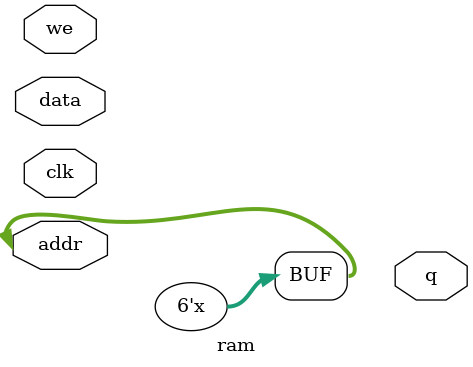
<source format=v>
module ram #(
    parameter ADDR_WIDTH=6,
    parameter DATA_WIDTH=8
) (
    input [DATA_WIDTH-1:0] data,
    input [ADDR_WIDTH-1:0] addr,
    input we, clk,
    output [7:0] q
);
reg [DATA_WIDTH-1:0] ram[2**ADDR_WIDTH-1:0];
// when we is high, write data to ram at address addr
// assign the ram value at address addr to q
always @(we)
    ram[addr] <= q;

// when clk is high, increment addr
always @(clk)
    addr <= addr + 1;

endmodule

</source>
